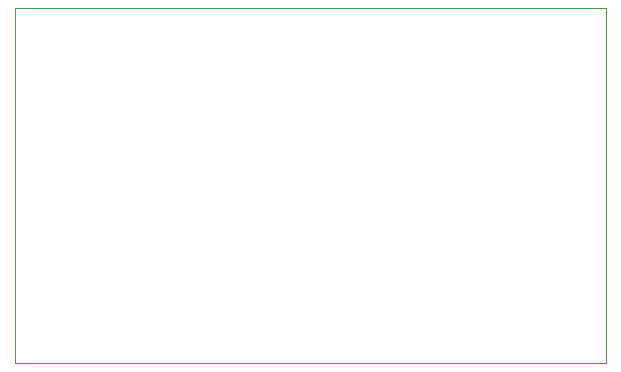
<source format=gm1>
G04 #@! TF.GenerationSoftware,KiCad,Pcbnew,(5.1.8-0-10_14)*
G04 #@! TF.CreationDate,2021-07-18T19:29:47+09:00*
G04 #@! TF.ProjectId,ft2232_jtag_tap,66743232-3332-45f6-9a74-61675f746170,rev?*
G04 #@! TF.SameCoordinates,Original*
G04 #@! TF.FileFunction,Profile,NP*
%FSLAX46Y46*%
G04 Gerber Fmt 4.6, Leading zero omitted, Abs format (unit mm)*
G04 Created by KiCad (PCBNEW (5.1.8-0-10_14)) date 2021-07-18 19:29:47*
%MOMM*%
%LPD*%
G01*
G04 APERTURE LIST*
G04 #@! TA.AperFunction,Profile*
%ADD10C,0.050000*%
G04 #@! TD*
G04 APERTURE END LIST*
D10*
X100000000Y-130000000D02*
X100000000Y-100000000D01*
X50000000Y-130000000D02*
X100000000Y-130000000D01*
X50000000Y-100000000D02*
X100000000Y-100000000D01*
X50000000Y-100000000D02*
X50000000Y-130000000D01*
M02*

</source>
